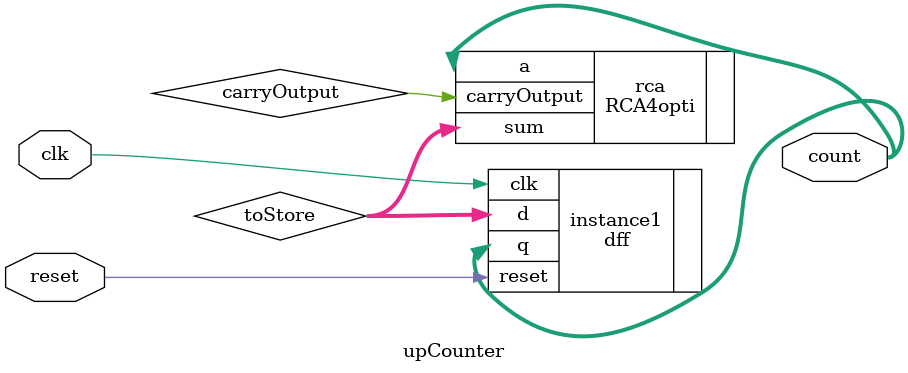
<source format=v>
`timescale 1ns/1ps

module upCounter(clk, count, reset);
    input clk, reset;
    output [3:0] count;
    wire[3:0] count;
    wire [3:0] toStore;
    wire carryOutput;
    
    dff instance1(.clk(clk), .reset(reset), .d(toStore), .q(count));

    // RCA4 rca(.a(count), .b(4'b0000), .carryInput(1'b1), .sum(toStore), .carryOutput(carryOutput));
    RCA4opti rca(.a(count), .sum(toStore), .carryOutput(carryOutput));

endmodule

// module test();

//     reg clk = 0, reset = 0;
//     wire[3:0] out;
    
//     upCounter c(.clk(clk), .count(out), .reset(reset));

//     always begin
//         clk = ~clk;
//         #10;
//     end

//     initial begin
//         $monitor("count = %b%b%b%b", out[3],out[2],out[1],out[0]);
//         reset = 0;
//         #5;
//         reset = 1;
//         #200
        
//         $finish;
//     end

// endmodule
</source>
